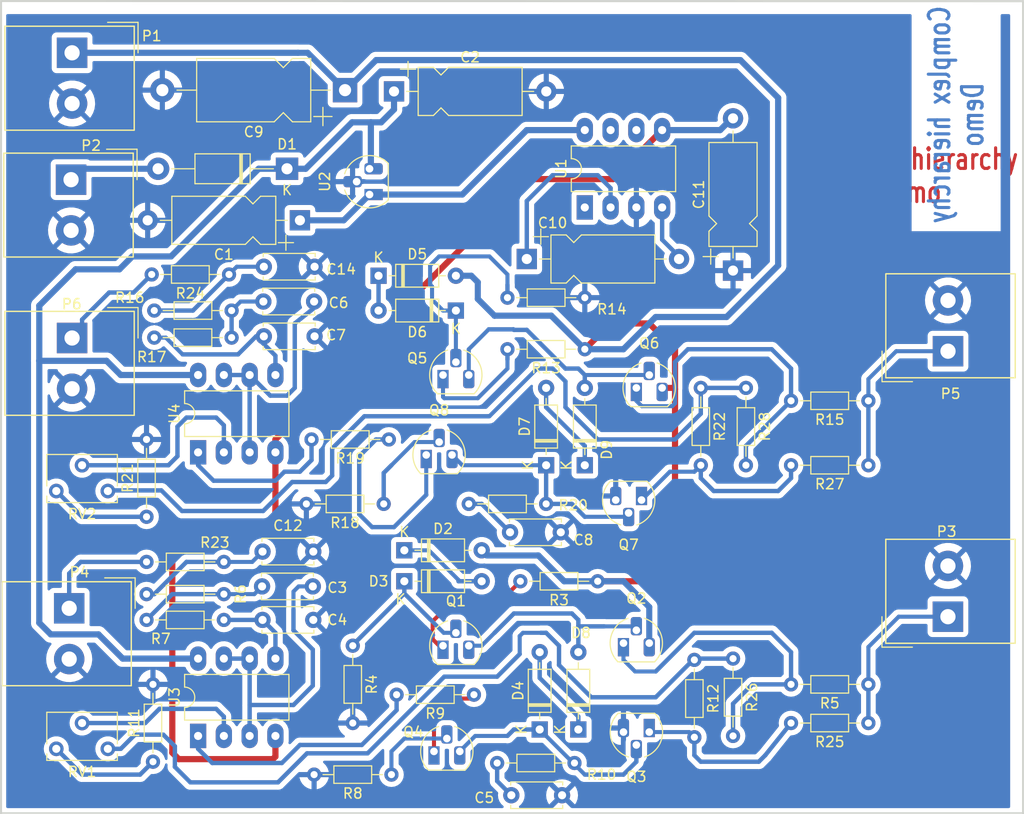
<source format=kicad_pcb>
(kicad_pcb (version 20221018) (generator pcbnew)
  (title_block (title "Actionneur_piezo") (company "Kicad devs") (comment 1 "Demo"))
  (layers (0 "F.Cu" power "top_copper") (31 "B.Cu" signal "bottom_copper") (34 "B.Paste" user) (35 "F.Paste" user) (36 "B.SilkS" user "B.Silkscreen") (37 "F.SilkS" user "F.Silkscreen") (38 "B.Mask" user) (39 "F.Mask" user) (44 "Edge.Cuts" user))
  (net 0 "")
  (net 1 "-VAA")
  (net 2 "/12Vext")
  (net 3 "/ampli_ht_horizontal/PIEZO_IN")
  (net 4 "/ampli_ht_horizontal/PIEZO_OUT")
  (net 5 "/ampli_ht_horizontal/S_OUT+")
  (net 6 "/ampli_ht_horizontal/Vpil_0_3,3V")
  (net 7 "/ampli_ht_vertical/PIEZO_IN")
  (net 8 "/ampli_ht_vertical/PIEZO_OUT")
  (net 9 "/ampli_ht_vertical/S_OUT+")
  (net 10 "/ampli_ht_vertical/Vpil_0_3,3V")
  (net 11 "GND")
  (net 12 "HT")
  (net 13 "Net-(C10-Pad1)")
  (net 14 "Net-(C10-Pad2)")
  (net 15 "Net-(C12-Pad1)")
  (net 16 "Net-(C14-Pad1)")
  (net 17 "Net-(C3-Pad2)")
  (net 18 "Net-(C4-Pad1)")
  (net 19 "Net-(C5-Pad1)")
  (net 20 "Net-(C6-Pad2)")
  (net 21 "Net-(C7-Pad1)")
  (net 22 "Net-(C8-Pad1)")
  (net 23 "Net-(D4-Pad1)")
  (net 24 "Net-(D4-Pad2)")
  (net 25 "Net-(D7-Pad1)")
  (net 26 "Net-(D7-Pad2)")
  (net 27 "Net-(R11-Pad1)")
  (net 28 "Net-(R19-Pad2)")
  (net 29 "Net-(R21-Pad1)")
  (net 30 "Net-(R9-Pad2)")
  (net 31 "Net-(RV1-Pad2)")
  (net 32 "Net-(RV2-Pad2)")
  (net 33 "VCC")
  (net 34 "Net-(D2-Pad1)")
  (net 35 "Net-(D3-Pad1)")
  (net 36 "Net-(D5-Pad1)")
  (net 37 "Net-(D6-Pad1)")
  (net 38 "Net-(D8-Pad2)")
  (net 39 "Net-(D9-Pad2)")
  (net 40 "+12V")
  (net 41 "Net-(Q1-Pad1)")
  (net 42 "Net-(Q2-Pad1)")
  (net 43 "Net-(Q3-Pad1)")
  (net 44 "Net-(Q4-Pad1)")
  (net 45 "Net-(Q4-Pad2)")
  (net 46 "Net-(Q5-Pad1)")
  (net 47 "Net-(Q6-Pad1)")
  (net 48 "Net-(Q7-Pad1)")
  (net 49 "Net-(Q8-Pad1)")
  (net 50 "Net-(Q8-Pad2)")
  (footprint "Capacitor_THT:CP_Axial_L10.0mm_D4.5mm_P15.00mm_Horizontal" (layer "F.Cu") (at 126.619 60.706)
    (fp_text reference "C2")
    (fp_text value "47uF/20V")
  )
  (footprint "Capacitor_THT:CP_Axial_L11.0mm_D6.0mm_P18.00mm_Horizontal" (layer "F.Cu") (at 121.793 60.579 180)
    (fp_text reference "C9")
    (fp_text value "47uF/63V")
  )
  (footprint "Capacitor_THT:CP_Axial_L10.0mm_D4.5mm_P15.00mm_Horizontal" (layer "F.Cu") (at 139.7 77.216)
    (fp_text reference "C10")
    (fp_text value "10uF")
  )
  (footprint "Capacitor_THT:CP_Axial_L10.0mm_D4.5mm_P15.00mm_Horizontal" (layer "F.Cu") (at 160.02 78.359 90)
    (fp_text reference "C11")
    (fp_text value "10uF")
  )
  (footprint "Package_TO_SOT_THT:TO-92_HandSolder" (layer "F.Cu") (at 131.445 115.316)
    (fp_text reference "Q1")
    (fp_text value "MPSA92")
  )
  (footprint "Package_TO_SOT_THT:TO-92_HandSolder" (layer "F.Cu") (at 151.765 123.825 180)
    (fp_text reference "Q3")
    (fp_text value "MPSA92")
  )
  (footprint "Package_TO_SOT_THT:TO-92_HandSolder" (layer "F.Cu") (at 131.445 88.646)
    (fp_text reference "Q5")
    (fp_text value "MPSA92")
  )
  (footprint "Package_TO_SOT_THT:TO-92_HandSolder" (layer "F.Cu") (at 150.495 89.916)
    (fp_text reference "Q6")
    (fp_text value "MPSA42")
  )
  (footprint "Package_TO_SOT_THT:TO-92_HandSolder" (layer "F.Cu") (at 151.003 100.965 180)
    (fp_text reference "Q7")
    (fp_text value "MPSA92")
  )
  (footprint "Package_TO_SOT_THT:TO-92_HandSolder" (layer "F.Cu") (at 129.794 96.52)
    (fp_text reference "Q8")
    (fp_text value "MPSA42")
  )
  (footprint "Potentiometer_THT:Potentiometer_Bourns_3266W_Vertical" (layer "F.Cu") (at 93.345 125.476 180)
    (fp_text reference "RV1")
    (fp_text value "4,7K")
  )
  (footprint "Potentiometer_THT:Potentiometer_Bourns_3266W_Vertical" (layer "F.Cu") (at 93.345 100.076 180)
    (fp_text reference "RV2")
    (fp_text value "4,7K")
  )
  (footprint "Package_TO_SOT_THT:TO-92_HandSolder" (layer "F.Cu") (at 124.206 70.866 90)
    (fp_text reference "U2")
    (fp_text value "78L05")
  )
  (footprint "Resistor_THT:R_Axial_DIN0204_L3.6mm_D1.6mm_P7.62mm_Horizontal" (layer "F.Cu") (at 126.111 94.996 180)
    (fp_text reference "R19")
    (fp_text value "1K")
  )
  (footprint "Resistor_THT:R_Axial_DIN0204_L3.6mm_D1.6mm_P7.62mm_Horizontal" (layer "F.Cu") (at 109.855 110.236 180)
    (fp_text reference "R6")
    (fp_text value "22K")
  )
  (footprint "Resistor_THT:R_Axial_DIN0204_L3.6mm_D1.6mm_P7.62mm_Horizontal" (layer "F.Cu") (at 125.603 101.346 180)
    (fp_text reference "R18")
    (fp_text value "1K")
  )
  (footprint "Resistor_THT:R_Axial_DIN0204_L3.6mm_D1.6mm_P7.62mm_Horizontal" (layer "F.Cu") (at 110.617 82.296 180)
    (fp_text reference "R16")
    (fp_text value "22K")
  )
  (footprint "Resistor_THT:R_Axial_DIN0204_L3.6mm_D1.6mm_P7.62mm_Horizontal" (layer "F.Cu") (at 173.355 91.186 180)
    (fp_text reference "R15")
    (fp_text value "47")
  )
  (footprint "Resistor_THT:R_Axial_DIN0204_L3.6mm_D1.6mm_P7.62mm_Horizontal" (layer "F.Cu") (at 137.795 81.026)
    (fp_text reference "R14")
    (fp_text value "220K")
  )
  (footprint "Resistor_THT:R_Axial_DIN0204_L3.6mm_D1.6mm_P7.62mm_Horizontal" (layer "F.Cu") (at 145.415 86.106 180)
    (fp_text reference "R13")
    (fp_text value "470")
  )
  (footprint "Resistor_THT:R_Axial_DIN0204_L3.6mm_D1.6mm_P7.62mm_Horizontal" (layer "F.Cu") (at 156.21 116.713 -90)
    (fp_text reference "R12")
    (fp_text value "220K")
  )
  (footprint "Resistor_THT:R_Axial_DIN0204_L3.6mm_D1.6mm_P7.62mm_Horizontal" (layer "F.Cu") (at 102.87 126.746 90)
    (fp_text reference "R11")
    (fp_text value "4,7K")
  )
  (footprint "Resistor_THT:R_Axial_DIN0204_L3.6mm_D1.6mm_P7.62mm_Horizontal" (layer "F.Cu") (at 144.399 126.873 180)
    (fp_text reference "R10")
    (fp_text value "5,6K")
  )
  (footprint "Resistor_THT:R_Axial_DIN0204_L3.6mm_D1.6mm_P7.62mm_Horizontal" (layer "F.Cu") (at 134.493 120.142 180)
    (fp_text reference "R9")
    (fp_text value "1K")
  )
  (footprint "Resistor_THT:R_Axial_DIN0204_L3.6mm_D1.6mm_P7.62mm_Horizontal" (layer "F.Cu") (at 126.365 128.016 180)
    (fp_text reference "R8")
    (fp_text value "1K")
  )
  (footprint "Resistor_THT:R_Axial_DIN0204_L3.6mm_D1.6mm_P7.62mm_Horizontal" (layer "F.Cu") (at 109.855 112.776 180)
    (fp_text reference "R7")
    (fp_text value "22K")
  )
  (footprint "Resistor_THT:R_Axial_DIN0204_L3.6mm_D1.6mm_P7.62mm_Horizontal" (layer "F.Cu") (at 102.997 84.963)
    (fp_text reference "R17")
    (fp_text value "22K")
  )
  (footprint "Resistor_THT:R_Axial_DIN0204_L3.6mm_D1.6mm_P7.62mm_Horizontal" (layer "F.Cu") (at 102.235 102.616 90)
    (fp_text reference "R21")
    (fp_text value "4,7K")
  )
  (footprint "Resistor_THT:R_Axial_DIN0204_L3.6mm_D1.6mm_P7.62mm_Horizontal" (layer "F.Cu") (at 146.685 108.966 180)
    (fp_text reference "R3")
    (fp_text value "470")
  )
  (footprint "Resistor_THT:R_Axial_DIN0204_L3.6mm_D1.6mm_P7.62mm_Horizontal" (layer "F.Cu") (at 122.555 115.316 -90)
    (fp_text reference "R4")
    (fp_text value "220K")
  )
  (footprint "Resistor_THT:R_Axial_DIN0204_L3.6mm_D1.6mm_P7.62mm_Horizontal" (layer "F.Cu") (at 173.355 119.126 180)
    (fp_text reference "R5")
    (fp_text value "47")
  )
  (footprint "Resistor_THT:R_Axial_DIN0204_L3.6mm_D1.6mm_P7.62mm_Horizontal" (layer "F.Cu") (at 161.29 89.916 -90)
    (fp_text reference "R28")
    (fp_text value "220K")
  )
  (footprint "Resistor_THT:R_Axial_DIN0204_L3.6mm_D1.6mm_P7.62mm_Horizontal" (layer "F.Cu") (at 173.355 97.536 180)
    (fp_text reference "R27")
    (fp_text value "47")
  )
  (footprint "Resistor_THT:R_Axial_DIN0204_L3.6mm_D1.6mm_P7.62mm_Horizontal" (layer "F.Cu") (at 160.02 116.586 -90)
    (fp_text reference "R26")
    (fp_text value "220K")
  )
  (footprint "Resistor_THT:R_Axial_DIN0204_L3.6mm_D1.6mm_P7.62mm_Horizontal" (layer "F.Cu") (at 173.355 122.936 180)
    (fp_text reference "R25")
    (fp_text value "47")
  )
  (footprint "Resistor_THT:R_Axial_DIN0204_L3.6mm_D1.6mm_P7.62mm_Horizontal" (layer "F.Cu") (at 110.363 78.74 180)
    (fp_text reference "R24")
    (fp_text value "1K")
  )
  (footprint "Resistor_THT:R_Axial_DIN0204_L3.6mm_D1.6mm_P7.62mm_Horizontal" (layer "F.Cu") (at 109.855 107.061 180)
    (fp_text reference "R23")
    (fp_text value "1K")
  )
  (footprint "Resistor_THT:R_Axial_DIN0204_L3.6mm_D1.6mm_P7.62mm_Horizontal" (layer "F.Cu") (at 156.845 89.916 -90)
    (fp_text reference "R22")
    (fp_text value "220K")
  )
  (footprint "Resistor_THT:R_Axial_DIN0204_L3.6mm_D1.6mm_P7.62mm_Horizontal" (layer "F.Cu") (at 141.605 101.346 180)
    (fp_text reference "R20")
    (fp_text value "5,6K")
  )
  (footprint "Package_DIP:DIP-8_W7.62mm_LongPads" (layer "F.Cu") (at 107.315 96.266 90)
    (fp_text reference "U4")
    (fp_text value "LM358N")
  )
  (footprint "Package_DIP:DIP-8_W7.62mm_LongPads" (layer "F.Cu") (at 145.415 72.136 90)
    (fp_text reference "U1")
    (fp_text value "ICL7660")
  )
  (footprint "Package_DIP:DIP-8_W7.62mm_LongPads" (layer "F.Cu") (at 107.315 124.206 90)
    (fp_text reference "U3")
    (fp_text value "LM358N")
  )
  (footprint "Capacitor_THT:C_Disc_D5.0mm_W2.5mm_P5.00mm" (layer "F.Cu") (at 138.049 104.14)
    (fp_text reference "C8")
    (fp_text value "820pF")
  )
  (footprint "Capacitor_THT:C_Disc_D5.0mm_W2.5mm_P5.00mm" (layer "F.Cu") (at 113.792 84.836)
    (fp_text reference "C7")
    (fp_text value "4.7nF")
  )
  (footprint "Capacitor_THT:C_Disc_D5.0mm_W2.5mm_P5.00mm" (layer "F.Cu") (at 118.745 81.407 180)
    (fp_text reference "C6")
    (fp_text value "15nF")
  )
  (footprint "Capacitor_THT:C_Disc_D5.0mm_W2.5mm_P5.00mm" (layer "F.Cu") (at 138.176 130.048)
    (fp_text reference "C5")
    (fp_text value "820pF")
  )
  (footprint "Capacitor_THT:C_Disc_D5.0mm_W2.5mm_P5.00mm" (layer "F.Cu") (at 113.665 106.045)
    (fp_text reference "C12")
    (fp_text value "150nF")
  )
  (footprint "Capacitor_THT:C_Disc_D5.0mm_W2.5mm_P5.00mm" (layer "F.Cu") (at 113.792 77.978)
    (fp_text reference "C14")
    (fp_text value "150nF")
  )
  (footprint "Capacitor_THT:C_Disc_D5.0mm_W2.5mm_P5.00mm" (layer "F.Cu") (at 113.665 112.776)
    (fp_text reference "C4")
    (fp_text value "4.7nF")
  )
  (footprint "Capacitor_THT:C_Disc_D5.0mm_W2.5mm_P5.00mm" (layer "F.Cu") (at 118.618 109.474 180)
    (fp_text reference "C3")
    (fp_text value "15nF")
  )
  (footprint "Diode_THT:D_DO-41_SOD81_P12.70mm_Horizontal" (layer "F.Cu") (at 116.078 68.326 180)
    (fp_text reference "D1")
    (fp_text value "1N4007")
  )
  (footprint "Diode_THT:D_DO-35_SOD27_P7.62mm_Horizontal" (layer "F.Cu") (at 125.095 78.867)
    (fp_text reference "D5")
    (fp_text value "1N4148")
  )
  (footprint "Diode_THT:D_DO-35_SOD27_P7.62mm_Horizontal" (layer "F.Cu") (at 144.78 123.571 90)
    (fp_text reference "D8")
    (fp_text value "1N4148")
  )
  (footprint "Diode_THT:D_DO-35_SOD27_P7.62mm_Horizontal" (layer "F.Cu") (at 127.635 105.918)
    (fp_text reference "D2")
    (fp_text value "1N4148")
  )
  (footprint "Diode_THT:D_DO-35_SOD27_P7.62mm_Horizontal" (layer "F.Cu") (at 127.635 108.966)
    (fp_text reference "D3")
    (fp_text value "1N4148")
  )
  (footprint "Diode_THT:D_DO-35_SOD27_P7.62mm_Horizontal" (layer "F.Cu") (at 141.605 97.536 90)
    (fp_text reference "D7")
    (fp_text value "1N4148")
  )
  (footprint "Diode_THT:D_DO-35_SOD27_P7.62mm_Horizontal" (layer "F.Cu") (at 132.715 82.296 180)
    (fp_text reference "D6")
    (fp_text value "1N4148")
  )
  (footprint "Diode_THT:D_DO-35_SOD27_P7.62mm_Horizontal" (layer "F.Cu") (at 140.97 123.571 90)
    (fp_text reference "D4")
    (fp_text value "1N4148")
  )
  (footprint "Diode_THT:D_DO-35_SOD27_P7.62mm_Horizontal" (layer "F.Cu") (at 145.415 97.536 90)
    (fp_text reference "D9")
    (fp_text value "1N4148")
  )
  (footprint "TerminalBlock_Altech:Altech_AK300_1x02_P5.00mm_45-Degree" (layer "F.Cu") (at 94.9 56.9 -90)
    (fp_text reference "P1")
    (fp_text value "CONN_2")
  )
  (footprint "TerminalBlock_Altech:Altech_AK300_1x02_P5.00mm_45-Degree" (layer "F.Cu") (at 94.8 69.4 -90)
    (fp_text reference "P2")
    (fp_text value "CONN_2")
  )
  (footprint "TerminalBlock_Altech:Altech_AK300_1x02_P5.00mm_45-Degree" (layer "F.Cu") (at 94.615 111.633 -90)
    (fp_text reference "P4")
    (fp_text value "CONN_2")
  )
  (footprint "TerminalBlock_Altech:Altech_AK300_1x02_P5.00mm_45-Degree" (layer "F.Cu") (at 181.1925 112.4575 90)
    (fp_text reference "P3")
    (fp_text value "CONN_2")
  )
  (footprint "TerminalBlock_Altech:Altech_AK300_1x02_P5.00mm_45-Degree" (layer "F.Cu") (at 94.9 85 -90)
    (fp_text reference "P6")
    (fp_text value "CONN_2")
  )
  (footprint "TerminalBlock_Altech:Altech_AK300_1x02_P5.00mm_45-Degree" (layer "F.Cu") (at 181.2 86.3 90)
    (fp_text reference "P5")
    (fp_text value "CONN_2")
  )
  (footprint "Package_TO_SOT_THT:TO-92_HandSolder" (layer "F.Cu") (at 149.225 115.062)
    (fp_text reference "Q2")
    (fp_text value "MPSA42")
  )
  (footprint "Package_TO_SOT_THT:TO-92_HandSolder" (layer "F.Cu") (at 130.556 125.73)
    (fp_text reference "Q4")
    (fp_text value "MPSA42")
  )
  (footprint "Capacitor_THT:CP_Axial_L10.0mm_D4.5mm_P15.00mm_Horizontal" (layer "F.Cu") (at 117.348 73.406 180)
    (fp_text reference "C1")
    (fp_text value "47uF")
  )
  (gr_line (start 87.9 131.826) (end 87.9 51.8) (stroke (width 0.2032)) (layer "Edge.Cuts"))
  (gr_line (start 188.595 131.826) (end 87.9 131.826) (stroke (width 0.2032)) (layer "Edge.Cuts"))
  (gr_line (start 87.9 51.8) (end 188.595 51.816) (stroke (width 0.2032)) (layer "Edge.Cuts"))
  (gr_line (start 188.595 51.816) (end 188.595 131.826) (stroke (width 0.2032)) (layer "Edge.Cuts"))
  (gr_text "Complex hierarchy\nDemo" (at 177.4 69) (layer "F.Cu") (effects (font (size 2.032 1.524) (thickness 0.3048))))
  (gr_text "Complex hierarchy\nDemo" (at 182 63 90) (layer "B.Cu") (effects (font (size 2.032 1.524) (thickness 0.3048)) (justify mirror)))
  (segment (start 107.061 104.521) (end 104.775 106.807) (width 0.6096) (layer "F.Cu") (net 1))
  (segment (start 105.41 126.492) (end 114.681 126.492) (width 0.6096) (layer "F.Cu") (net 1))
  (segment (start 104.775 106.807) (end 104.775 125.857) (width 0.6096) (layer "F.Cu") (net 1))
  (segment (start 128.905 86.614) (end 128.905 80.518) (width 0.6096) (layer "F.Cu") (net 1))
  (segment (start 140.081 69.342) (end 148.209 69.342) (width 0.6096) (layer "F.Cu") (net 1))
  (segment (start 148.209 69.342) (end 153.035 64.516) (width 0.6096) (layer "F.Cu") (net 1))
  (segment (start 128.905 80.518) (end 140.081 69.342) (width 0.6096) (layer "F.Cu") (net 1))
  (segment (start 114.935 102.108) (end 114.935 102.362) (width 0.6096) (layer "F.Cu") (net 1))
  (segment (start 114.935 96.266) (end 114.935 94.996) (width 0.6096) (layer "F.Cu") (net 1))
  (segment (start 114.935 94.996) (end 121.031 88.9) (width 0.6096) (layer "F.Cu") (net 1))
  (segment (start 114.935 126.238) (end 114.935 124.206) (width 0.6096) (layer "F.Cu") (net 1))
  (segment (start 114.935 102.362) (end 112.776 104.521) (width 0.6096) (layer "F.Cu") (net 1))
  (segment (start 105.41 126.492) (end 104.775 125.857) (width 0.6096) (layer "F.Cu") (net 1))
  (segment (start 121.031 88.9) (end 126.619 88.9) (width 0.6) (layer "F.Cu") (net 1))
  (segment (start 112.776 104.521) (end 107.061 104.521) (width 0.6096) (layer "F.Cu") (net 1))
  (segment (start 114.681 126.492) (end 114.935 126.238) (width 0.6096) (layer "F.Cu") (net 1))
  (segment (start 126.619 88.9) (end 128.905 86.614) (width 0.6096) (layer "F.Cu") (net 1))
  (segment (start 114.935 96.266) (end 114.935 102.108) (width 0.6096) (layer "F.Cu") (net 1))
  (segment (start 153.035 64.516) (end 158.75 64.516) (width 0.6096) (layer "B.Cu") (net 1))
  (segment (start 158.75 64.516) (end 160.02 63.246) (width 0.6096) (layer "B.Cu") (net 1))
  (segment (start 103.378 68.326) (end 95.874 68.326) (width 0.6) (layer "B.Cu") (net 2))
  (segment (start 95.874 68.326) (end 94.8 69.4) (width 0.6) (layer "B.Cu") (net 2))
  (segment (start 98.552 80.518) (end 100.965 80.518) (width 0.4318) (layer "B.Cu") (net 3))
  (segment (start 95.885 83.185) (end 98.552 80.518) (width 0.4318) (layer "B.Cu") (net 3))
  (segment (start 95.885 84.836) (end 95.885 83.185) (width 0.4318) (layer "B.Cu") (net 3))
  (segment (start 100.965 80.518) (end 102.743 78.74) (width 0.4318) (layer "B.Cu") (net 3))
  (segment (start 173.355 89.045) (end 173.355 91.186) (width 0.4) (layer "B.Cu") (net 4))
  (segment (start 173.355 97.536) (end 173.355 91.186) (width 0.4318) (layer "B.Cu") (net 4))
  (segment (start 176.1 86.3) (end 173.355 89.045) (width 0.4) (layer "B.Cu") (net 4))
  (segment (start 181.2 86.3) (end 176.1 86.3) (width 0.4) (layer "B.Cu") (net 4))
  (segment (start 116.586 99.187) (end 119.888 99.187) (width 0.4318) (layer "B.Cu") (net 5))
  (segment (start 156.845 89.916) (end 156.845 92.456) (width 0.4318) (layer "B.Cu") (net 5))
  (segment (start 143.51 91.821) (end 146.685 94.996) (width 0.4318) (layer "B.Cu") (net 5))
  (segment (start 140.589 88.011) (end 142.24 88.011) (width 0.4318) (layer "B.Cu") (net 5))
  (segment (start 98.48596 100.01504) (end 103.69804 100.01504) (width 0.4318) (layer "B.Cu") (net 5))
  (segment (start 113.7285 102.0445) (end 116.586 99.187) (width 0.4318) (layer "B.Cu") (net 5))
  (segment (start 123.698 92.71) (end 120.523 95.885) (width 0.4318) (layer "B.Cu") (net 5))
  (segment (start 105.7275 102.0445) (end 113.7285 102.0445) (width 0.4318) (layer "B.Cu") (net 5))
  (segment (start 142.24 88.011) (end 143.51 89.281) (width 0.4318) (layer "B.Cu") (net 5))
  (segment (start 135.89 92.71) (end 123.698 92.71) (width 0.4318) (layer "B.Cu") (net 5))
  (segment (start 154.305 94.996) (end 146.685 94.996) (width 0.4318) (layer "B.Cu") (net 5))
  (segment (start 143.51 89.281) (end 143.51 91.821) (width 0.4318) (layer "B.Cu") (net 5))
  (segment (start 135.89 92.71) (end 136.017 92.71) (width 0.4) (layer "B.Cu") (net 5))
  (segment (start 120.523 95.885) (end 120.523 98.552) (width 0.4318) (layer "B.Cu") (net 5))
  (segment (start 119.888 99.187) (end 120.523 98.552) (width 0.4318) (layer "B.Cu") (net 5))
  (segment (start 105.7275 102.0445) (end 103.69804 100.01504) (width 0.4318) (layer "B.Cu") (net 5))
  (segment (start 140.589 88.138) (end 140.589 88.011) (width 0.4) (layer "B.Cu") (net 5))
  (segment (start 98.425 100.076) (end 98.48596 100.01504) (width 0.4318) (layer "B.Cu") (net 5))
  (segment (start 156.845 89.916) (end 161.29 89.916) (width 0.4318) (layer "B.Cu") (net 5))
  (segment (start 156.845 92.456) (end 154.305 94.996) (width 0.4318) (layer "B.Cu") (net 5))
  (segment (start 136.017 92.71) (end 140.589 88.138) (width 0.4) (layer "B.Cu") (net 5))
  (segment (start 109.855 88.646) (end 112.395 88.646) (width 0.4318) (layer "B.Cu") (net 6))
  (segment (start 114.427 90.678) (end 112.395 88.646) (width 0.4318) (layer "B.Cu") (net 6))
  (segment (start 118.745 82.042) (end 116.84 83.566) (width 0.4318) (layer "B.Cu") (net 6))
  (segment (start 116.078 90.678) (end 114.427 90.678) (width 0.4318) (layer "B.Cu") (net 6))
  (segment (start 116.84 83.566) (end 116.84 89.916) (width 0.4318) (layer "B.Cu") (net 6))
  (segment (start 112.395 88.646) (end 112.395 96.266) (width 0.4318) (layer "B.Cu") (net 6))
  (segment (start 116.84 89.916) (end 116.078 90.678) (width 0.4318) (layer "B.Cu") (net 6))
  (segment (start 118.745 81.407) (end 118.745 82.042) (width 0.4318) (layer "B.Cu") (net 6))
  (segment (start 94.615 108.204) (end 95.758 107.061) (width 0.4318) (layer "B.Cu") (net 7))
  (segment (start 94.615 111.506) (end 94.615 108.204) (width 0.4318) (layer "B.Cu") (net 7))
  (segment (start 95.758 107.061) (end 102.235 107.061) (width 0.4318) (layer "B.Cu") (net 7))
  (segment (start 173.355 122.936) (end 173.355 119.126) (width 0.4318) (layer "B.Cu") (net 8))
  (segment (start 173.355 115.445) (end 173.355 119.126) (width 0.4) (layer "B.Cu") (net 8))
  (segment (start 181.1925 112.4575) (end 176.3425 112.4575) (width 0.4) (layer "B.Cu") (net 8))
  (segment (start 176.3425 112.4575) (end 173.355 115.445) (width 0.4) (layer "B.Cu") (net 8))
  (segment (start 146.05 120.396) (end 152.4 120.396) (width 0.4318) (layer "B.Cu") (net 9))
  (segment (start 139.319 114.046) (end 139.0015 114.3635) (width 0.4) (layer "B.Cu") (net 9))
  (segment (start 142.875 115.316) (end 142.875 117.221) (width 0.4318) (layer "B.Cu") (net 9))
  (segment (start 152.4 120.396) (end 156.21 116.586) (width 0.4318) (layer "B.Cu") (net 9))
  (segment (start 105.029 127.254) (end 106.553 128.778) (width 0.4318) (layer "B.Cu") (net 9))
  (segment (start 141.097 114.046) (end 141.605 114.046) (width 0.4318) (layer "B.Cu") (net 9))
  (segment (start 98.425 125.476) (end 99.695 125.476) (width 0.4318) (layer "B.Cu") (net 9))
  (segment (start 156.21 116.586) (end 160.02 116.586) (width 0.4318) (layer "B.Cu") (net 9))
  (segment (start 118.0465 125.9205) (end 124.0155 125.9205) (width 0.4318) (layer "B.Cu") (net 9))
  (segment (start 141.605 114.046) (end 142.875 115.316) (width 0.4318) (layer "B.Cu") (net 9))
  (segment (start 142.875 117.221) (end 146.05 120.396) (width 0.4318) (layer "B.Cu") (net 9))
  (segment (start 101.092 124.079) (end 103.886 124.079) (width 0.4318) (layer "B.Cu") (net 9))
  (segment (start 141.097 114.046) (end 139.319 114.046) (width 0.4) (layer "B.Cu") (net 9))
  (segment (start 124.0155 125.9205) (end 131.572 118.364) (width 0.4318) (layer "B.Cu") (net 9))
  (segment (start 139.0015 114.3635) (end 139.0015 116.1415) (width 0.4) (layer "B.Cu") (net 9))
  (segment (start 136.779 118.364) (end 139.0015 116.1415) (width 0.4318) (layer "B.Cu") (net 9))
  (segment (start 99.695 125.476) (end 101.092 124.079) (width 0.4318) (layer "B.Cu") (net 9))
  (segment (start 105.029 125.222) (end 105.029 127.254) (width 0.4318) (layer "B.Cu") (net 9))
  (segment (start 115.189 128.778) (end 118.0465 125.9205) (width 0.4318) (layer "B.Cu") (net 9))
  (segment (start 131.572 118.364) (end 136.779 118.364) (width 0.4318) (layer "B.Cu") (net 9))
  (segment (start 103.886 124.079) (end 105.029 125.222) (width 0.4318) (layer "B.Cu") (net 9))
  (segment (start 106.553 128.778) (end 115.189 128.778) (width 0.4318) (layer "B.Cu") (net 9))
  (segment (start 116.713 111.76) (end 116.713 113.792) (width 0.4318) (layer "B.Cu") (net 10))
  (segment (start 116.713 109.982) (end 117.221 109.474) (width 0.4) (layer "B.Cu") (net 10))
  (segment (start 117.221 109.474) (end 118.618 109.474) (width 0.4) (layer "B.Cu") (net 10))
  (segment (start 112.395 116.586) (end 109.855 116.586) (width 0.4318) (layer "B.Cu") (net 10))
  (segment (start 118.618 119.253) (end 116.713 121.158) (width 0.4318) (layer "B.Cu") (net 10))
  (segment (start 116.713 113.792) (end 118.618 115.697) (width 0.4318) (layer "B.Cu") (net 10))
  (segment (start 112.395 121.158) (end 112.395 116.586) (width 0.4318) (layer "B.Cu") (net 10))
  (segment (start 116.713 121.158) (end 112.395 121.158) (width 0.4318) (layer "B.Cu") (net 10))
  (segment (start 116.713 111.76) (end 116.713 109.982) (width 0.4) (layer "B.Cu") (net 10))
  (segment (start 112.395 124.206) (end 112.395 121.158) (width 0.4318) (layer "B.Cu") (net 10))
  (segment (start 118.618 115.697) (end 118.618 119.253) (width 0.4318) (layer "B.Cu") (net 10))
  (segment (start 154.305 106.426) (end 151.765 108.966) (width 0.6096) (layer "F.Cu") (net 12))
  (segment (start 145.415 86.106) (end 147.955 83.566) (width 0.6096) (layer "F.Cu") (net 12))
  (segment (start 154.178 89.916) (end 154.305 90.043) (width 0.6) (layer "F.Cu") (net 12))
  (segment (start 154.305 86.106) (end 154.305 90.043) (width 0.6096) (layer "F.Cu") (net 12))
  (segment (start 151.765 83.566) (end 154.305 86.106) (width 0.6096) (layer "F.Cu") (net 12))
  (segment (start 147.955 83.566) (end 151.765 83.566) (width 0.6096) (layer "F.Cu") (net 12))
  (segment (start 151.765 108.966) (end 146.685 108.966) (width 0.6096) (layer "F.Cu") (net 12))
  (segment (start 153.035 89.916) (end 154.178 89.916) (width 0.6) (layer "F.Cu") (net 12))
  (segment (start 154.305 90.043) (end 154.305 106.426) (width 0.6096) (layer "F.Cu") (net 12))
  (segment (start 135.763 106.426) (end 135.255 105.918) (width 0.6) (layer "B.Cu") (net 12))
  (segment (start 136.525 82.80146) (end 142.11046 82.80146) (width 0.6096) (layer "B.Cu") (net 12))
  (segment (start 136.52246 82.80146) (end 134.874 81.153) (width 0.6) (layer "B.Cu") (net 12))
  (segment (start 134.874 81.153) (end 134.874 79.502) (width 0.6) (layer "B.Cu") (net 12))
  (segment (start 134.874 79.502) (end 134.239 78.867) (width 0.6) (layer "B.Cu") (net 12))
  (segment (start 134.239 78.867) (end 132.715 78.867) (width 0.6) (layer "B.Cu") (net 12))
  (segment (start 121.89206 60.579) (end 124.8537 57.61736) (width 0.6) (layer "B.Cu") (net 12))
  (segment (start 142.11046 82.80146) (end 145.415 86.106) (width 0.6096) (layer "B.Cu") (net 12))
  (segment (start 143.383 108.966) (end 146.685 108.966) (width 0.6096) (layer "B.Cu") (net 12))
  (segment (start 117.15858 56.9) (end 118.114 56.9) (width 0.6) (layer "B.Cu") (net 12))
  (segment (start 151.765 111.506) (end 149.225 108.966) (width 0.6) (layer "B.Cu") (net 12))
  (segment (start 140.843 106.426) (end 143.383 108.966) (width 0.6096) (layer "B.Cu") (net 12))
  (segment (start 124.8537 57.61736) (end 160.74136 57.61736) (width 0.6096) (layer "B.Cu") (net 12))
  (segment (start 160.74136 57.61736) (end 164.465 61.341) (width 0.6096) (layer "B.Cu") (net 12))
  (segment (start 149.225 108.966) (end 146.685 108.966) (width 0.6) (layer "B.Cu") (net 12))
  (segment (start 152.4 82.931) (end 149.225 86.106) (width 0.6096) (layer "B.Cu") (net 12))
  (segment (start 159.385 82.931) (end 152.4 82.931) (width 0.6096) (layer "B.Cu") (net 12))
  (segment (start 164.465 77.851) (end 159.385 82.931) (width 0.6096) (layer "B.Cu") (net 12))
  (segment (start 140.716 106.426) (end 135.763 106.426) (width 0.6) (layer "B.Cu") (net 12))
  (segment (start 140.716 106.426) (end 140.843 106.426) (width 0.6096) (layer "B.Cu") (net 12))
  (segment (start 164.465 61.341) (end 164.465 77.851) (width 0.6096) (layer "B.Cu") (net 12))
  (segment (start 149.225 86.106) (end 145.415 86.106) (width 0.6096) (layer "B.Cu") (net 12))
  (segment (start 117.15858 56.9) (end 94.9 56.9) (width 0.6096) (layer "B.Cu") (net 12))
  (segment (start 121.793 60.579) (end 121.89206 60.579) (width 0.6) (layer "B.Cu") (net 12))
  (segment (start 151.765 115.062) (end 151.765 111.506) (width 0.6) (layer "B.Cu") (net 12))
  (segment (start 136.525 82.80146) (end 136.52246 82.80146) (width 0.6) (layer "B.Cu") (net 12))
  (segment (start 118.114 56.9) (end 121.793 60.579) (width 0.6) (layer "B.Cu") (net 12))
  (segment (start 147.955 70.231) (end 147.955 72.136) (width 0.4318) (layer "B.Cu") (net 13))
  (segment (start 139.7 71.501) (end 142.24 68.961) (width 0.4318) (layer "B.Cu") (net 13))
  (segment (start 139.7 77.216) (end 139.7 71.501) (width 0.4318) (layer "B.Cu") (net 13))
  (segment (start 142.24 68.961) (end 146.685 68.961) (width 0.4318) (layer "B.Cu") (net 13))
  (segment (start 146.685 68.961) (end 147.955 70.231) (width 0.4318) (layer "B.Cu") (net 13))
  (segment (start 153.035 72.136) (end 153.035 75.311) (width 0.4318) (layer "B.Cu") (net 14))
  (segment (start 153.035 75.311) (end 154.94 77.216) (width 0.4318) (layer "B.Cu") (net 14))
  (segment (start 112.649 107.061) (end 113.665 106.045) (width 0.4) (layer "B.Cu") (net 15))
  (segment (start 106.172 107.061) (end 109.855 107.061) (width 0.4318) (layer "B.Cu") (net 15))
  (segment (start 109.855 107.061) (end 112.649 107.061) (width 0.4) (layer "B.Cu") (net 15))
  (segment (start 102.235 110.236) (end 102.997 110.236) (width 0.4318) (layer "B.Cu") (net 15))
  (segment (start 102.997 110.236) (end 106.172 107.061) (width 0.4318) (layer "B.Cu") (net 15))
  (segment (start 111.125 77.978) (end 110.363 78.74) (width 0.4) (layer "B.Cu") (net 16))
  (segment (start 106.807 82.296) (end 110.363 78.74) (width 0.4318) (layer "B.Cu") (net 16))
  (segment (start 113.792 77.978) (end 111.125 77.978) (width 0.4) (layer "B.Cu") (net 16))
  (segment (start 102.997 82.296) (end 106.807 82.296) (width 0.4318) (layer "B.Cu") (net 16))
  (segment (start 112.856 110.236) (end 113.618 109.474) (width 0.4) (layer "B.Cu") (net 17))
  (segment (start 102.235 112.776) (end 104.775 110.236) (width 0.4318) (layer "B.Cu") (net 17))
  (segment (start 104.775 110.236) (end 109.855 110.236) (width 0.4318) (layer "B.Cu") (net 17))
  (segment (start 109.855 110.236) (end 112.856 110.236) (width 0.4) (layer "B.Cu") (net 17))
  (segment (start 109.855 112.776) (end 113.665 112.776) (width 0.4318) (layer "B.Cu") (net 18))
  (segment (start 113.665 112.776) (end 114.935 114.046) (width 0.4318) (layer "B.Cu") (net 18))
  (segment (start 114.935 114.046) (end 114.935 116.586) (width 0.4318) (layer "B.Cu") (net 18))
  (segment (start 136.779 128.651) (end 138.176 130.048) (width 0.4318) (layer "B.Cu") (net 19))
  (segment (start 136.779 126.873) (end 136.779 128.651) (width 0.4318) (layer "B.Cu") (net 19))
  (segment (start 111.506 81.407) (end 110.617 82.296) (width 0.4) (layer "B.Cu") (net 20))
  (segment (start 113.745 81.407) (end 111.506 81.407) (width 0.4) (layer "B.Cu") (net 20))
  (segment (start 110.617 84.963) (end 110.617 82.296) (width 0.4318) (layer "B.Cu") (net 20))
  (segment (start 104.14 84.963) (end 105.791 86.614) (width 0.4) (layer "B.Cu") (net 21))
  (segment (start 114.935 86.741) (end 114.935 88.646) (width 0.4318) (layer "B.Cu") (net 21))
  (segment (start 102.997 84.963) (end 104.14 84.963) (width 0.4) (layer "B.Cu") (net 21))
  (segment (start 111.252 86.614) (end 105.791 86.614) (width 0.4318) (layer "B.Cu") (net 21))
  (segment (start 113.665 84.836) (end 113.03 84.836) (width 0.4318) (layer "B.Cu") (net 21))
  (segment (start 113.665 84.836) (end 113.665 85.471) (width 0.4318) (layer "B.Cu") (net 21))
  (segment (start 113.665 85.471) (end 114.935 86.741) (width 0.4318) (layer "B.Cu") (net 21))
  (segment (start 113.03 84.836) (end 111.252 86.614) (width 0.4318) (layer "B.Cu") (net 21))
  (segment (start 135.255 101.346) (end 138.049 104.14) (width 0.4318) (layer "B.Cu") (net 22))
  (segment (start 133.985 101.346) (end 135.255 101.346) (width 0.4318) (layer "B.Cu") (net 22))
  (segment (start 144.399 127) (end 145.415 128.016) (width 0.4) (layer "B.Cu") (net 23))
  (segment (start 144.272 126.873) (end 140.97 123.571) (width 0.4) (layer "B.Cu") (net 23))
  (segment (start 149.225 128.016) (end 150.495 126.746) (width 0.4318) (layer "B.Cu") (net 23))
  (segment (start 144.399 126.873) (end 144.272 126.873) (width 0.4) (layer "B.Cu") (net 23))
  (segment (start 144.399 126.873) (end 144.399 127) (width 0.4) (layer "B.Cu") (net 23))
  (segment (start 134.62 124.206) (end 133.096 125.73) (width 0.4) (layer "B.Cu") (net 23))
  (segment (start 138.43 123.571) (end 140.97 123.571) (width 0.4318) (layer "B.Cu") (net 23))
  (segment (start 137.795 124.206) (end 138.43 123.571) (width 0.4318) (layer "B.Cu") (net 23))
  (segment (start 137.795 124.206) (end 134.62 124.206) (width 0.4) (layer "B.Cu") (net 23))
  (segment (start 145.415 128.016) (end 149.225 128.016) (width 0.4318) (layer "B.Cu") (net 23))
  (segment (start 150.495 126.746) (end 150.495 125.476) (width 0.4318) (layer "B.Cu") (net 23))
  (segment (start 140.97 118.491) (end 144.78 122.301) (width 0.4318) (layer "B.Cu") (net 24))
  (segment (start 144.78 122.301) (end 144.78 123.571) (width 0.4318) (layer "B.Cu") (net 24))
  (segment (start 140.97 115.951) (end 140.97 118.491) (width 0.4318) (layer "B.Cu") (net 24))
  (segment (start 133.35 97.536) (end 132.334 96.52) (width 0.4) (layer "B.Cu") (net 25))
  (segment (start 149.352 102.616) (end 149.733 102.235) (width 0.4) (layer "B.Cu") (net 25))
  (segment (start 145.415 102.616) (end 144.145 101.346) (width 0.4318) (layer "B.Cu") (net 25))
  (segment (start 141.605 97.536) (end 133.35 97.536) (width 0.4) (layer "B.Cu") (net 25))
  (segment (start 144.145 101.346) (end 141.605 101.346) (width 0.4318) (layer "B.Cu") (net 25))
  (segment (start 145.415 102.616) (end 149.352 102.616) (width 0.4) (layer "B.Cu") (net 25))
  (segment (start 141.605 97.536) (end 141.605 101.346) (width 0.4318) (layer "B.Cu") (net 25))
  (segment (start 141.605 91.821) (end 145.415 95.631) (width 0.4318) (layer "B.Cu") (net 26))
  (segment (start 141.605 89.916) (end 141.605 91.821) (width 0.4318) (layer "B.Cu") (net 26))
  (segment (start 145.415 95.631) (end 145.415 97.536) (width 0.4318) (layer "B.Cu") (net 26))
  (segment (start 95.885 128.016) (end 101.6 128.016) (width 0.4318) (layer "B.Cu") (net 27))
  (segment (start 93.345 125.476) (end 95.885 128.016) (width 0.4318) (layer "B.Cu") (net 27))
  (segment (start 102.87 126.746) (end 101.6 128.016) (width 0.4318) (layer "B.Cu") (net 27))
  (segment (start 118.491 97.028) (end 118.491 94.996) (width 0.4318) (layer "B.Cu") (net 28))
  (segment (start 108.839 99.06) (end 114.935 99.06) (width 0.4318) (layer "B.Cu") (net 28))
  (segment (start 117.348 98.171) (end 118.491 97.028) (width 0.4318) (layer "B.Cu") (net 28))
  (segment (start 114.935 99.06) (end 115.824 98.171) (width 0.4318) (layer "B.Cu") (net 28))
  (segment (start 107.315 96.266) (end 107.315 97.536) (width 0.4318) (layer "B.Cu") (net 28))
  (segment (start 115.824 98.171) (end 117.348 98.171) (width 0.4318) (layer "B.Cu") (net 28))
  (segment (start 107.315 97.536) (end 108.839 99.06) (width 0.4318) (layer "B.Cu") (net 28))
  (segment (start 95.885 102.616) (end 102.235 102.616) (width 0.4318) (layer "B.Cu") (net 29))
  (segment (start 93.345 100.076) (end 95.885 102.616) (width 0.4318) (layer "B.Cu") (net 29))
  (segment (start 115.57 126.873) (end 117.348 125.095) (width 0.4318) (layer "B.Cu") (net 30))
  (segment (start 115.57 126.873) (end 108.712 126.873) (width 0.4318) (layer "B.Cu") (net 30))
  (segment (start 126.873 121.666) (end 126.873 120.142) (width 0.4318) (layer "B.Cu") (net 30))
  (segment (start 117.348 125.095) (end 123.444 125.095) (width 0.4318) (layer "B.Cu") (net 30))
  (segment (start 107.315 125.476) (end 107.315 124.206) (width 0.4318) (layer "B.Cu") (net 30))
  (segment (start 108.712 126.873) (end 107.315 125.476) (width 0.4318) (layer "B.Cu") (net 30))
  (segment (start 123.444 125.095) (end 126.873 121.666) (width 0.4318) (layer "B.Cu") (net 30))
  (segment (start 102.108 122.936) (end 103.505 121.539) (width 0.4318) (layer "B.Cu") (net 31))
  (segment (start 95.885 122.936) (end 102.108 122.936) (width 0.4318) (layer "B.Cu") (net 31))
  (segment (start 103.505 121.539) (end 109.093 121.539) (width 0.4318) (layer "B.Cu") (net 31))
  (segment (start 109.093 121.539) (end 109.855 122.301) (width 0.4318) (layer "B.Cu") (net 31))
  (segment (start 109.855 122.301) (end 109.855 124.206) (width 0.4318) (layer "B.Cu") (net 31))
  (segment (start 109.093 92.837) (end 109.855 93.599) (width 0.4318) (layer "B.Cu") (net 32))
  (segment (start 109.855 93.599) (end 109.855 96.266) (width 0.4318) (layer "B.Cu") (net 32))
  (segment (start 105.283 96.647) (end 105.283 93.726) (width 0.4318) (layer "B.Cu") (net 32))
  (segment (start 106.172 92.837) (end 109.093 92.837) (width 0.4318) (layer "B.Cu") (net 32))
  (segment (start 95.885 97.536) (end 104.394 97.536) (width 0.4318) (layer "B.Cu") (net 32))
  (segment (start 105.283 93.726) (end 106.172 92.837) (width 0.4318) (layer "B.Cu") (net 32))
  (segment (start 104.394 97.536) (end 105.283 96.647) (width 0.4318) (layer "B.Cu") (net 32))
  (segment (start 133.35 70.866) (end 139.7 64.516) (width 0.6096) (layer "B.Cu") (net 33))
  (segment (start 124.206 70.866) (end 133.35 70.866) (width 0.6) (layer "B.Cu") (net 33))
  (segment (start 121.666 73.406) (end 124.206 70.866) (width 0.6) (layer "B.Cu") (net 33))
  (segment (start 139.7 64.516) (end 145.415 64.516) (width 0.6096) (layer "B.Cu") (net 33))
  (segment (start 117.348 73.406) (end 121.666 73.406) (width 0.6) (layer "B.Cu") (net 33))
  (segment (start 132.969 108.839) (end 130.048 105.918) (width 0.4) (layer "B.Cu") (net 34))
  (segment (start 130.048 105.918) (end 127.635 105.918) (width 0.4) (layer "B.Cu") (net 34))
  (segment (start 135.255 108.966) (end 132.969 108.966) (width 0.4318) (layer "B.Cu") (net 34))
  (segment (start 132.969 108.966) (end 132.969 108.839) (width 0.4) (layer "B.Cu") (net 34))
  (segment (start 122.555 115.316) (end 122.555 115.24742) (width 0.4318) (layer "B.Cu") (net 35))
  (segment (start 132.715 114.046) (end 131.51358 114.046) (width 0.4) (layer "B.Cu") (net 35))
  (segment (start 122.555 115.24742) (end 127.635 110.16742) (width 0.4318) (layer "B.Cu") (net 35))
  (segment (start 127.635 108.966) (end 127.635 110.16742) (width 0.4318) (layer "B.Cu") (net 35))
  (segment (start 131.51358 114.046) (end 130.175 112.70742) (width 0.4) (layer "B.Cu") (net 35))
  (segment (start 127.635 110.16742) (end 130.175 112.70742) (width 0.4318) (layer "B.Cu") (net 35))
  (segment (start 125.095 78.867) (end 125.095 82.296) (width 0.4318) (layer "B.Cu") (net 36))
  (segment (start 130.175 77.851) (end 131.064 76.962) (width 0.4) (layer "B.Cu") (net 37))
  (segment (start 131.064 76.962) (end 136.017 76.962) (width 0.4) (layer "B.Cu") (net 37))
  (segment (start 136.017 76.962) (end 137.795 78.74) (width 0.4) (layer "B.Cu") (net 37))
  (segment (start 137.795 78.74) (end 137.795 79.756) (width 0.4) (layer "B.Cu") (net 37))
  (segment (start 130.3655 81.2165) (end 131.445 82.296) (width 0.4) (layer "B.Cu") (net 37))
  (segment (start 131.445 82.296) (end 132.715 82.296) (width 0.4) (layer "B.Cu") (net 37))
  (segment (start 137.795 81.026) (end 137.795 79.756) (width 0.4318) (layer "B.Cu") (net 37))
  (segment (start 130.175 79.756) (end 130.3655 79.9465) (width 0.4318) (layer "B.Cu") (net 37))
  (segment (start 132.715 82.296) (end 132.715 87.376) (width 0.4) (layer "B.Cu") (net 37))
  (segment (start 130.3655 79.9465) (end 130.3655 81.2165) (width 0.4) (layer "B.Cu") (net 37))
  (segment (start 130.175 79.121) (end 130.175 79.756) (width 0.4318) (layer "B.Cu") (net 37))
  (segment (start 130.175 79.121) (end 130.175 77.851) (width 0.4) (layer "B.Cu") (net 37))
  (segment (start 144.78 112.776) (end 144.145 112.141) (width 0.4318) (layer "B.Cu") (net 38))
  (segment (start 144.145 112.141) (end 138.43 112.141) (width 0.4318) (layer "B.Cu") (net 38))
  (segment (start 147.32 113.411) (end 150.114 113.411) (width 0.4) (layer "B.Cu") (net 38))
  (segment (start 133.985 115.316) (end 135.255 115.316) (width 0.4) (layer "B.Cu") (net 38))
  (segment (start 150.114 113.411) (end 150.495 113.792) (width 0.4) (layer "B.Cu") (net 38))
  (segment (start 135.255 115.316) (end 136.525 114.046) (width 0.4) (layer "B.Cu") (net 38))
  (segment (start 138.43 112.141) (end 136.525 114.046) (width 0.4318) (layer "B.Cu") (net 38))
  (segment (start 144.78 113.411) (end 144.78 112.776) (width 0.4318) (layer "B.Cu") (net 38))
  (segment (start 147.32 113.411) (end 144.78 113.411) (width 0.4318) (layer "B.Cu") (net 38))
  (segment (start 144.78 115.951) (end 144.78 113.411) (width 0.4318) (layer "B.Cu") (net 38))
  (segment (start 133.985 88.646) (end 133.985 86.106) (width 0.4) (layer "B.Cu") (net 39))
  (segment (start 144.78 88.011) (end 143.51 88.011) (width 0.4318) (layer "B.Cu") (net 39))
  (segment (start 143.51 88.011) (end 139.7 84.201) (width 0.4318) (layer "B.Cu") (net 39))
  (segment (start 133.985 86.106) (end 135.94334 84.14766) (width 0.4) (layer "B.Cu") (net 39))
  (segment (start 138.43 84.201) (end 138.37666 84.14766) (width 0.4318) (layer "B.Cu") (net 39))
  (segment (start 145.415 88.646) (end 151.765 88.646) (width 0.4) (layer "B.Cu") (net 39))
  (segment (start 145.415 88.646) (end 144.78 88.011) (width 0.4318) (layer "B.Cu") (net 39))
  (segment (start 138.37666 84.14766) (end 135.94334 84.14766) (width 0.4318) (layer "B.Cu") (net 39))
  (segment (start 145.415 89.916) (end 145.415 88.646) (width 0.4318) (layer "B.Cu") (net 39))
  (segment (start 139.7 84.201) (end 138.43 84.201) (width 0.4318) (layer "B.Cu") (net 39))
  (segment (start 117.91442 68.326) (end 122.4915 63.74892) (width 0.6096) (layer "B.Cu") (net 40))
  (segment (start 98.298 87.249) (end 99.695 88.646) (width 0.6096) (layer "B.Cu") (net 40))
  (segment (start 122.4915 63.74892) (end 124.33808 63.74892) (width 0.6096) (layer "B.Cu") (net 40))
  (segment (start 92.8 114.2) (end 97.5 114.2) (width 0.6096) (layer "B.Cu") (net 40))
  (segment (start 99.886 116.586) (end 107.315 116.586) (width 0.6096) (layer "B.Cu") (net 40))
  (segment (start 126.619 62.484) (end 126.619 60.706) (width 0.6096) (layer "B.Cu") (net 40))
  (segment (start 91.6686 87.249) (end 91.6686 113.0686) (width 0.6096) (layer "B.Cu") (net 40))
  (segment (start 91.6686 87.249) (end 98.298 87.249) (width 0.6096) (layer "B.Cu") (net 40))
  (segment (start 95.25 78.232) (end 99.568 78.232) (width 0.6096) (layer "B.Cu") (net 40))
  (segment (start 99.695 88.646) (end 107.315 88.646) (width 0.6096) (layer "B.Cu") (net 40))
  (segment (start 99.568 78.232) (end 100.838 76.962) (width 0.6096) (layer "B.Cu") (net 40))
  (segment (start 104.648 76.962) (end 113.284 68.326) (width 0.6096) (layer "B.Cu") (net 40))
  (segment (start 113.284 68.326) (end 117.91442 68.326) (width 0.6096) (layer "B.Cu") (net 40))
  (segment (start 91.6686 113.0686) (end 92.8 114.2) (width 0.6096) (layer "B.Cu") (net 40))
  (segment (start 124.33808 68.19392) (end 124.206 68.326) (width 0.6096) (layer "B.Cu") (net 40))
  (segment (start 91.6686 87.249) (end 91.6686 81.8134) (width 0.6096) (layer "B.Cu") (net 40))
  (segment (start 125.35408 63.74892) (end 126.619 62.484) (width 0.6096) (layer "B.Cu") (net 40))
  (segment (start 124.33808 63.74892) (end 125.35408 63.74892) (width 0.6096) (layer "B.Cu") (net 40))
  (segment (start 97.5 114.2) (end 99.886 116.586) (width 0.6096) (layer "B.Cu") (net 40))
  (segment (start 91.6686 81.8134) (end 95.25 78.232) (width 0.6096) (layer "B.Cu") (net 40))
  (segment (start 100.838 76.962) (end 104.648 76.962) (width 0.6096) (layer "B.Cu") (net 40))
  (segment (start 124.33808 63.74892) (end 124.33808 68.19392) (width 0.6096) (layer "B.Cu") (net 40))
  (segment (start 131.826 111.506) (end 136.525 111.506) (width 0.4) (layer "F.Cu") (net 41))
  (segment (start 131.445 115.316) (end 131.064 115.316) (width 0.4) (layer "F.Cu") (net 41))
  (segment (start 131.064 115.316) (end 130.429 114.681) (width 0.4) (layer "F.Cu") (net 41))
  (segment (start 136.525 111.506) (end 139.065 108.966) (width 0.4) (layer "F.Cu") (net 41))
  (segment (start 130.429 112.903) (end 131.826 111.506) (width 0.4) (layer "F.Cu") (net 41))
  (segment (start 130.429 114.681) (end 130.429 112.903) (width 0.4) (layer "F.Cu") (net 41))
  (segment (start 160.02 121.031) (end 161.925 119.126) (width 0.4318) (layer "B.Cu") (net 42))
  (segment (start 165.735 119.126) (end 165.735 115.951) (width 0.4318) (layer "B.Cu") (net 42))
  (segment (start 161.925 119.126) (end 165.735 119.126) (width 0.4318) (layer "B.Cu") (net 42))
  (segment (start 149.225 116.713) (end 150.368 117.856) (width 0.4) (layer "B.Cu") (net 42))
  (segment (start 156.21 114.046) (end 163.83 114.046) (width 0.4318) (layer "B.Cu") (net 42))
  (segment (start 160.02 124.206) (end 160.02 121.031) (width 0.4318) (layer "B.Cu") (net 42))
  (segment (start 152.4 117.856) (end 150.368 117.856) (width 0.4) (layer "B.Cu") (net 42))
  (segment (start 165.735 115.951) (end 163.83 114.046) (width 0.4318) (layer "B.Cu") (net 42))
  (segment (start 156.21 114.046) (end 152.4 117.856) (width 0.4318) (layer "B.Cu") (net 42))
  (segment (start 149.225 115.062) (end 149.225 116.713) (width 0.4) (layer "B.Cu") (net 42))
  (segment (start 155.702 123.825) (end 156.21 124.333) (width 0.4) (layer "B.Cu") (net 43))
  (segment (start 156.21 124.206) (end 156.21 126.111) (width 0.4318) (layer "B.Cu") (net 43))
  (segment (start 151.765 123.825) (end 155.702 123.825) (width 0.4) (layer "B.Cu") (net 43))
  (segment (start 156.21 126.111) (end 156.845 126.746) (width 0.4318) (layer "B.Cu") (net 43))
  (segment (start 162.56 126.746) (end 163.195 126.111) (width 0.4318) (layer "B.Cu") (net 43))
  (segment (start 156.845 126.746) (end 162.56 126.746) (width 0.4318) (layer "B.Cu") (net 43))
  (segment (start 163.195 126.111) (end 165.735 122.936) (width 0.4318) (layer "B.Cu") (net 43))
  (segment (start 132.334 120.523) (end 130.556 122.301) (width 0.4) (layer "F.Cu") (net 44))
  (segment (start 130.556 122.301) (end 130.556 125.73) (width 0.4) (layer "F.Cu") (net 44))
  (segment (start 134.493 120.523) (end 132.334 120.523) (width 0.4) (layer "F.Cu") (net 44))
  (segment (start 134.493 120.142) (end 134.493 120.523) (width 0.4) (layer "F.Cu") (net 44))
  (segment (start 126.365 128.016) (end 126.365 125.73) (width 0.4) (layer "B.Cu") (net 45))
  (segment (start 127.635 124.46) (end 131.826 124.46) (width 0.4) (layer "B.Cu") (net 45))
  (segment (start 126.365 125.73) (end 127.635 124.46) (width 0.4) (layer "B.Cu") (net 45))
  (segment (start 131.445 90.805) (end 131.445 88.646) (width 0.4) (layer "B.Cu") (net 46))
  (segment (start 137.795 88.011) (end 134.874 90.932) (width 0.4) (layer "B.Cu") (net 46))
  (segment (start 131.572 90.932) (end 131.445 90.805) (width 0.4) (layer "B.Cu") (net 46))
  (segment (start 134.874 90.932) (end 131.572 90.932) (width 0.4) (layer "B.Cu") (net 46))
  (segment (start 137.795 87.122) (end 137.795 88.011) (width 0.4) (layer "B.Cu") (net 46))
  (segment (start 137.795 87.122) (end 137.795 86.106) (width 0.4318) (layer "B.Cu") (net 46))
  (segment (start 155.575 86.106) (end 163.83 86.106) (width 0.4318) (layer "B.Cu") (net 47))
  (segment (start 161.29 95.631) (end 165.735 91.186) (width 0.4318) (layer "B.Cu") (net 47))
  (segment (start 161.29 97.536) (end 161.29 95.631) (width 0.4318) (layer "B.Cu") (net 47))
  (segment (start 154.305 87.376) (end 155.575 86.106) (width 0.4318) (layer "B.Cu") (net 47))
  (segment (start 154.305 91.44) (end 154.305 89.916) (width 0.4) (layer "B.Cu") (net 47))
  (segment (start 165.735 91.186) (end 165.735 88.011) (width 0.4318) (layer "B.Cu") (net 47))
  (segment (start 165.735 88.011) (end 163.83 86.106) (width 0.4318) (layer "B.Cu") (net 47))
  (segment (start 150.495 91.186) (end 151.02501 91.71601) (width 0.4) (layer "B.Cu") (net 47))
  (segment (start 151.02501 91.71601) (end 154.02899 91.71601) (width 0.4) (layer "B.Cu") (net 47))
  (segment (start 154.02899 91.71601) (end 154.305 91.44) (width 0.4) (layer "B.Cu") (net 47))
  (segment (start 150.495 89.916) (end 150.495 91.186) (width 0.4) (layer "B.Cu") (net 47))
  (segment (start 154.305 89.916) (end 154.305 87.376) (width 0.4318) (layer "B.Cu") (net 47))
  (segment (start 165.735 97.536) (end 165.735 98.806) (width 0.4318) (layer "B.Cu") (net 48))
  (segment (start 158.115 100.076) (end 164.465 100.076) (width 0.4318) (layer "B.Cu") (net 48))
  (segment (start 156.845 97.536) (end 156.845 98.806) (width 0.4318) (layer "B.Cu") (net 48))
  (segment (start 165.735 98.806) (end 164.465 100.076) (width 0.4318) (layer "B.Cu") (net 48))
  (segment (start 153.797 98.171) (end 151.003 100.965) (width 0.4) (layer "B.Cu") (net 48))
  (segment (start 156.845 98.806) (end 158.115 100.076) (width 0.4318) (layer "B.Cu") (net 48))
  (segment (start 156.21 98.171) (end 156.845 97.536) (width 0.4318) (layer "B.Cu") (net 48))
  (segment (start 156.21 98.171) (end 153.797 98.171) (width 0.4) (layer "B.Cu") (net 48))
  (segment (start 123.19 102.362) (end 124.46 103.632) (width 0.4318) (layer "B.Cu") (net 49))
  (segment (start 126.111 94.996) (end 124.841 94.996) (width 0.4318) (layer "B.Cu") (net 49))
  (segment (start 124.46 103.632) (end 126.619 103.632) (width 0.4318) (layer "B.Cu") (net 49))
  (segment (start 124.841 94.996) (end 123.19 96.647) (width 0.4318) (layer "B.Cu") (net 49))
  (segment (start 123.19 96.647) (end 123.19 102.362) (width 0.4318) (layer "B.Cu") (net 49))
  (segment (start 129.794 96.52) (end 129.794 100.457) (width 0.4) (layer "B.Cu") (net 49))
  (segment (start 126.619 103.632) (end 129.794 100.457) (width 0.4318) (layer "B.Cu") (net 49))
  (segment (start 126.365 97.536) (end 125.603 98.298) (width 0.4318) (layer "B.Cu") (net 50))
  (segment (start 125.603 98.298) (end 125.603 101.346) (width 0.4318) (layer "B.Cu") (net 50))
  (segment (start 126.365 97.536) (end 128.651 95.25) (width 0.4) (layer "B.Cu") (net 50))
  (segment (start 128.651 95.25) (end 131.064 95.25) (width 0.4) (layer "B.Cu") (net 50))
  (zone (net 11) (net_name "GND") (layer "B.Cu") (connect_pads (clearance 0.508)) (min_thickness 0.254) (fill yes (thermal_gap 0.762) (thermal_bridge_width 0.508))
    (polygon (pts (xy 187.325 131.572) (xy 187.325 53.086) (xy 88.392 53.086) (xy 88.392 131.572)))
  )
)
</source>
